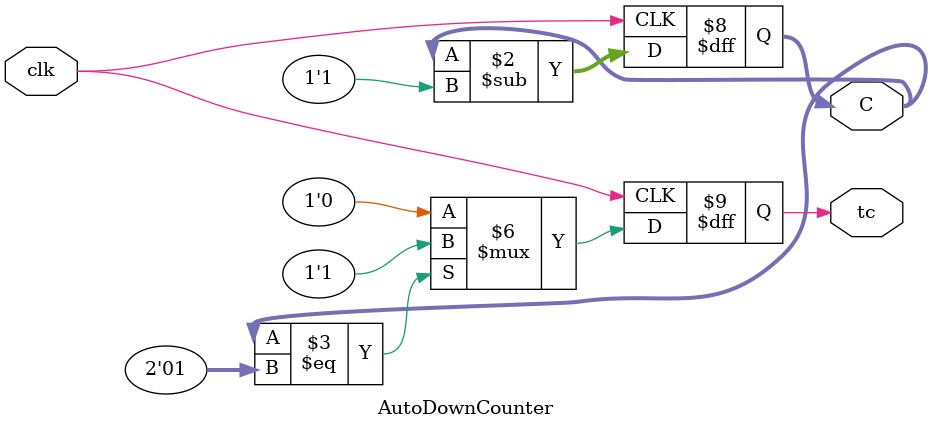
<source format=v>
`timescale 1ns / 1ps

module AutoDownCounter(clk, tc, C);

	input clk;
	output reg tc;
	output reg [1:0] C;

	initial begin
	C[1] <= 1; C[0] <= 1;
	end

	always @(posedge clk) begin
		C <= C - 1'b1;
		if (C == 2'b01) begin
			tc <= 1;
		end
		else begin
			tc <= 0;
		end
	end

endmodule

</source>
